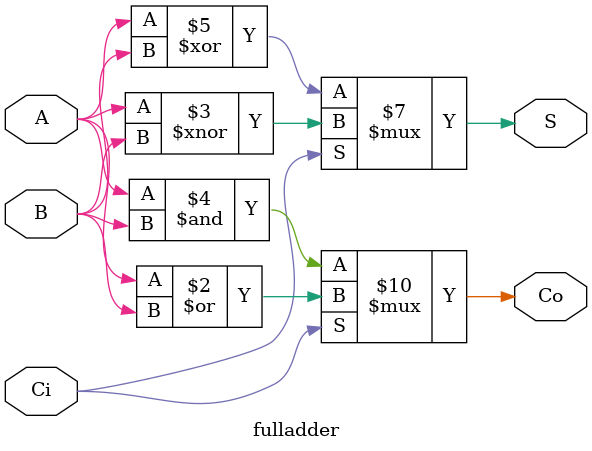
<source format=sv>

module fulladder(
		input logic A,B, Ci,
		output logic S, Co
);

always_comb
	begin
		if(Ci)
			begin
				Co <= A | B;
				S <= A ~^ B;
			end
		else
			begin
				Co <= A & B;
				S <= A ^ B;
			end
	end

endmodule
</source>
